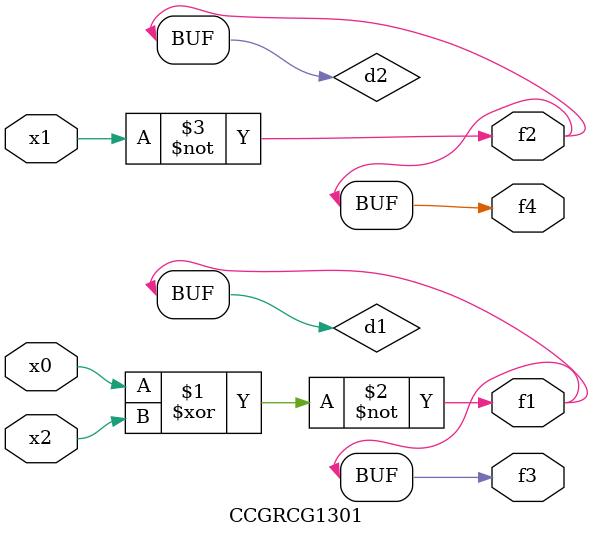
<source format=v>
module CCGRCG1301(
	input x0, x1, x2,
	output f1, f2, f3, f4
);

	wire d1, d2, d3;

	xnor (d1, x0, x2);
	nand (d2, x1);
	nor (d3, x1, x2);
	assign f1 = d1;
	assign f2 = d2;
	assign f3 = d1;
	assign f4 = d2;
endmodule

</source>
